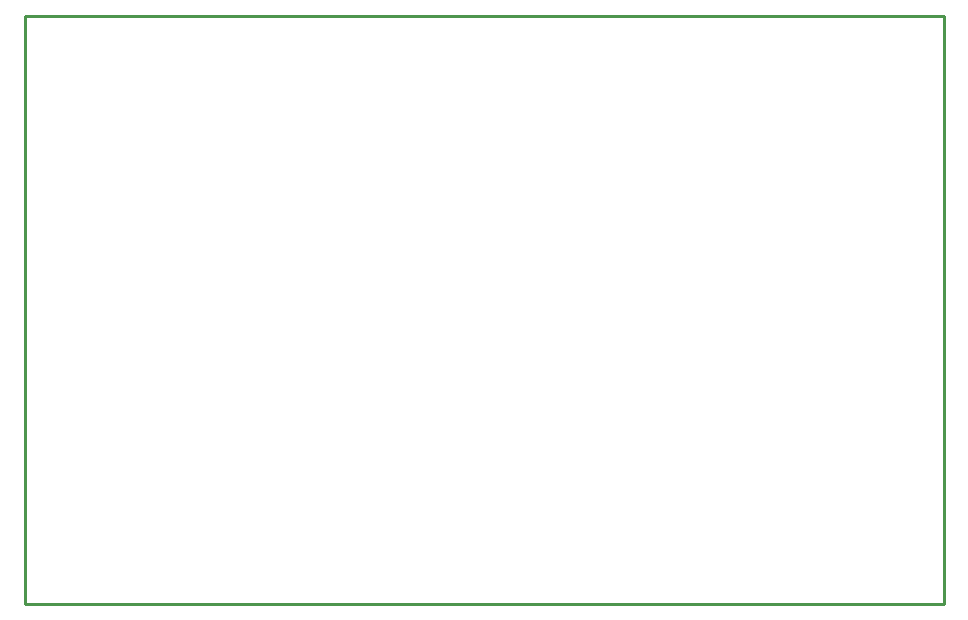
<source format=gko>
G04 Layer_Color=65280*
%FSLAX25Y25*%
%MOIN*%
G70*
G01*
G75*
%ADD36C,0.01000*%
D36*
X416976Y100500D02*
Y296400D01*
X110500Y100500D02*
Y296300D01*
Y296400D02*
X416900D01*
X110500Y100500D02*
X416976D01*
M02*

</source>
